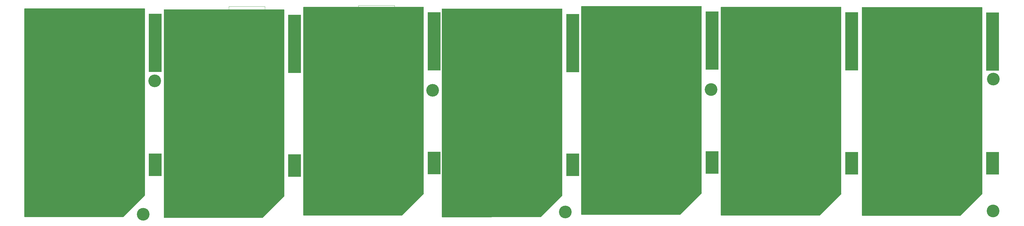
<source format=gts>
G04 Layer_Color=8388736*
%FSLAX42Y42*%
%MOMM*%
G71*
G01*
G75*
%ADD12C,0.10*%
%ADD13C,0.05*%
%ADD21C,1.73*%
%ADD22R,4.20X19.36*%
%ADD23R,4.20X7.46*%
%ADD24C,1.70*%
%ADD25C,4.20*%
G36*
X4126Y7237D02*
X4127Y7237D01*
X4128Y7236D01*
X4129Y7236D01*
X4131Y7235D01*
X4132Y7234D01*
X4132Y7233D01*
X4133Y7232D01*
X4134Y7231D01*
X4134Y7230D01*
X4134Y7228D01*
X4135Y7227D01*
Y1041D01*
X4135Y1041D01*
X4135Y1040D01*
X4136Y1038D01*
X4136Y1037D01*
X4136Y1036D01*
X4136Y1034D01*
X4136Y1033D01*
X4135Y1032D01*
X4135Y1031D01*
X4134Y1030D01*
X4133Y1028D01*
X3422Y317D01*
X3421Y317D01*
X3420Y316D01*
X3419Y315D01*
X3417Y315D01*
X3416Y315D01*
X3415Y314D01*
X3414D01*
X156Y314D01*
D01*
X156D01*
X155Y315D01*
X154Y315D01*
X152Y315D01*
X151Y316D01*
X150Y317D01*
X149Y317D01*
X148Y318D01*
X147Y320D01*
X147Y321D01*
X146Y322D01*
X146Y323D01*
X146Y325D01*
D01*
Y325D01*
Y7227D01*
X146Y7228D01*
X146Y7230D01*
X147Y7231D01*
X147Y7232D01*
X148Y7233D01*
X149Y7234D01*
X150Y7235D01*
X151Y7236D01*
X152Y7236D01*
X154Y7237D01*
X155Y7237D01*
X156Y7237D01*
X4124D01*
X4126Y7237D01*
D02*
G37*
G36*
X17949Y7232D02*
X17950Y7232D01*
X17952Y7231D01*
X17953Y7231D01*
X17954Y7230D01*
X17955Y7229D01*
X17956Y7228D01*
X17957Y7227D01*
X17957Y7226D01*
X17958Y7225D01*
X17958Y7223D01*
X17958Y7222D01*
Y1036D01*
X17958Y1036D01*
X17959Y1035D01*
X17959Y1033D01*
X17959Y1032D01*
X17959Y1031D01*
X17959Y1029D01*
X17959Y1028D01*
X17959Y1027D01*
X17958Y1026D01*
X17957Y1025D01*
X17956Y1024D01*
X17245Y313D01*
X17244Y312D01*
X17243Y311D01*
X17242Y310D01*
X17241Y310D01*
X17240Y310D01*
X17238Y310D01*
X17238D01*
X13980Y309D01*
X13980D01*
D01*
X13978Y310D01*
X13977Y310D01*
X13976Y310D01*
X13975Y311D01*
X13973Y312D01*
X13972Y312D01*
X13972Y313D01*
X13971Y315D01*
X13970Y316D01*
X13970Y317D01*
X13970Y318D01*
X13969Y320D01*
D01*
Y320D01*
Y7222D01*
X13970Y7223D01*
X13970Y7225D01*
X13970Y7226D01*
X13971Y7227D01*
X13972Y7228D01*
X13972Y7229D01*
X13973Y7230D01*
X13975Y7231D01*
X13976Y7231D01*
X13977Y7232D01*
X13978Y7232D01*
X13980Y7232D01*
X17948D01*
X17949Y7232D01*
D02*
G37*
G36*
X8742Y7207D02*
X8743Y7206D01*
X8744Y7206D01*
X8745Y7205D01*
X8747Y7205D01*
X8748Y7204D01*
X8748Y7203D01*
X8749Y7202D01*
X8750Y7200D01*
X8750Y7199D01*
X8750Y7198D01*
X8751Y7197D01*
Y1010D01*
X8751Y1010D01*
X8751Y1009D01*
X8752Y1008D01*
X8752Y1007D01*
X8752Y1005D01*
X8752Y1004D01*
X8752Y1003D01*
X8751Y1001D01*
X8751Y1000D01*
X8750Y999D01*
X8749Y998D01*
X8038Y287D01*
X8037Y286D01*
X8036Y285D01*
X8035Y285D01*
X8033Y284D01*
X8032Y284D01*
X8031Y284D01*
X8030D01*
X4772Y284D01*
X4772D01*
D01*
X4771Y284D01*
X4770Y284D01*
X4768Y285D01*
X4767Y285D01*
X4766Y286D01*
X4765Y287D01*
X4764Y288D01*
X4763Y289D01*
X4763Y290D01*
X4762Y292D01*
X4762Y293D01*
X4762Y294D01*
D01*
Y294D01*
Y7197D01*
X4762Y7198D01*
X4762Y7199D01*
X4763Y7200D01*
X4763Y7202D01*
X4764Y7203D01*
X4765Y7204D01*
X4766Y7205D01*
X4767Y7205D01*
X4768Y7206D01*
X4770Y7206D01*
X4771Y7207D01*
X4772Y7207D01*
X8740D01*
X8742Y7207D01*
D02*
G37*
G36*
X31856Y7283D02*
X31857Y7283D01*
X31858Y7282D01*
X31859Y7282D01*
X31861Y7281D01*
X31862Y7280D01*
X31862Y7279D01*
X31863Y7278D01*
X31864Y7277D01*
X31864Y7275D01*
X31864Y7274D01*
X31865Y7273D01*
Y1087D01*
X31865Y1087D01*
X31865Y1085D01*
X31866Y1084D01*
X31866Y1083D01*
X31866Y1082D01*
X31866Y1080D01*
X31866Y1079D01*
X31865Y1078D01*
X31865Y1076D01*
X31864Y1075D01*
X31863Y1074D01*
X31152Y363D01*
X31151Y362D01*
X31150Y362D01*
X31149Y361D01*
X31147Y361D01*
X31146Y360D01*
X31145Y360D01*
X31144D01*
X27886Y360D01*
X27886D01*
D01*
X27885Y360D01*
X27884Y361D01*
X27882Y361D01*
X27881Y362D01*
X27880Y362D01*
X27879Y363D01*
X27878Y364D01*
X27877Y365D01*
X27877Y367D01*
X27876Y368D01*
X27876Y369D01*
X27876Y370D01*
D01*
Y370D01*
Y7273D01*
X27876Y7274D01*
X27876Y7275D01*
X27877Y7277D01*
X27877Y7278D01*
X27878Y7279D01*
X27879Y7280D01*
X27880Y7281D01*
X27881Y7282D01*
X27882Y7282D01*
X27884Y7283D01*
X27885Y7283D01*
X27886Y7283D01*
X31854D01*
X31856Y7283D01*
D02*
G37*
G36*
X22566Y7313D02*
X22567Y7313D01*
X22569Y7313D01*
X22570Y7312D01*
X22571Y7311D01*
X22572Y7310D01*
X22573Y7309D01*
X22574Y7308D01*
X22574Y7307D01*
X22575Y7306D01*
X22575Y7304D01*
X22575Y7303D01*
Y1117D01*
X22575Y1117D01*
X22576Y1116D01*
X22576Y1115D01*
X22576Y1113D01*
X22576Y1112D01*
X22576Y1111D01*
X22576Y1109D01*
X22576Y1108D01*
X22575Y1107D01*
X22574Y1106D01*
X22573Y1105D01*
X21862Y394D01*
X21861Y393D01*
X21860Y392D01*
X21859Y391D01*
X21858Y391D01*
X21856Y391D01*
X21855Y391D01*
X21855D01*
X18597Y391D01*
D01*
X18597D01*
X18595Y391D01*
X18594Y391D01*
X18593Y391D01*
X18591Y392D01*
X18590Y393D01*
X18589Y394D01*
X18588Y395D01*
X18588Y396D01*
X18587Y397D01*
X18587Y398D01*
X18586Y399D01*
X18586Y401D01*
D01*
Y401D01*
Y7303D01*
X18586Y7304D01*
X18587Y7306D01*
X18587Y7307D01*
X18588Y7308D01*
X18588Y7309D01*
X18589Y7310D01*
X18590Y7311D01*
X18591Y7312D01*
X18593Y7313D01*
X18594Y7313D01*
X18595Y7313D01*
X18597Y7313D01*
X22565D01*
X22566Y7313D01*
D02*
G37*
G36*
X13363Y7289D02*
X13364Y7288D01*
X13366Y7288D01*
X13367Y7287D01*
X13368Y7287D01*
X13369Y7286D01*
X13370Y7285D01*
X13371Y7284D01*
X13371Y7282D01*
X13372Y7281D01*
X13372Y7280D01*
X13372Y7278D01*
Y1092D01*
X13372Y1092D01*
X13373Y1091D01*
X13373Y1090D01*
X13373Y1089D01*
X13373Y1087D01*
X13373Y1086D01*
X13373Y1085D01*
X13373Y1083D01*
X13372Y1082D01*
X13371Y1081D01*
X13370Y1080D01*
X12659Y369D01*
X12658Y368D01*
X12657Y367D01*
X12656Y367D01*
X12655Y366D01*
X12653Y366D01*
X12652Y366D01*
X12652D01*
X9394Y366D01*
X9394D01*
D01*
X9392Y366D01*
X9391Y366D01*
X9390Y367D01*
X9388Y367D01*
X9387Y368D01*
X9386Y369D01*
X9385Y370D01*
X9385Y371D01*
X9384Y372D01*
X9384Y374D01*
X9383Y375D01*
X9383Y376D01*
Y376D01*
D01*
Y7278D01*
X9383Y7280D01*
X9384Y7281D01*
X9384Y7282D01*
X9385Y7284D01*
X9385Y7285D01*
X9386Y7286D01*
X9387Y7287D01*
X9388Y7287D01*
X9390Y7288D01*
X9391Y7288D01*
X9392Y7289D01*
X9394Y7289D01*
X13362D01*
X13363Y7289D01*
D02*
G37*
G36*
X27189Y7288D02*
X27190Y7288D01*
X27191Y7287D01*
X27193Y7287D01*
X27194Y7286D01*
X27195Y7285D01*
X27196Y7284D01*
X27196Y7283D01*
X27197Y7282D01*
X27197Y7280D01*
X27198Y7279D01*
X27198Y7278D01*
Y1092D01*
X27198Y1092D01*
X27198Y1090D01*
X27199Y1089D01*
X27199Y1088D01*
X27199Y1086D01*
X27199Y1085D01*
X27199Y1084D01*
X27198Y1083D01*
X27198Y1081D01*
X27197Y1080D01*
X27196Y1079D01*
X26485Y368D01*
X26484Y367D01*
X26483Y367D01*
X26482Y366D01*
X26481Y366D01*
X26479Y365D01*
X26478Y365D01*
X26477D01*
X23219Y365D01*
D01*
X23219D01*
X23218Y365D01*
X23217Y366D01*
X23215Y366D01*
X23214Y367D01*
X23213Y367D01*
X23212Y368D01*
X23211Y369D01*
X23211Y370D01*
X23210Y372D01*
X23210Y373D01*
X23209Y374D01*
X23209Y375D01*
D01*
Y375D01*
Y7278D01*
X23209Y7279D01*
X23210Y7280D01*
X23210Y7282D01*
X23211Y7283D01*
X23211Y7284D01*
X23212Y7285D01*
X23213Y7286D01*
X23214Y7287D01*
X23215Y7287D01*
X23217Y7288D01*
X23218Y7288D01*
X23219Y7288D01*
X27188D01*
X27189Y7288D01*
D02*
G37*
D12*
X11551Y6809D02*
X12072D01*
X11551Y6604D02*
X12072D01*
X11551D02*
Y6809D01*
X12072Y6604D02*
Y6809D01*
X11501Y6820D02*
Y7177D01*
X11234Y6820D02*
Y7177D01*
Y6820D02*
X11501D01*
X11234Y7177D02*
X11501D01*
X12110D02*
X12377D01*
X12110Y6820D02*
X12377D01*
X12110D02*
Y7177D01*
X12377Y6820D02*
Y7177D01*
X7262Y6773D02*
X7782D01*
X7262Y6568D02*
X7782D01*
X7262D02*
Y6773D01*
X7782Y6568D02*
Y6773D01*
X7211Y6784D02*
Y7141D01*
X6944Y6784D02*
Y7141D01*
Y6784D02*
X7211D01*
X6944Y7141D02*
X7211D01*
X7821D02*
X8087D01*
X7821Y6784D02*
X8087D01*
X7821D02*
Y7141D01*
X8087Y6784D02*
Y7141D01*
X3987Y4280D02*
Y4560D01*
X3807Y4280D02*
Y4560D01*
Y4280D02*
X3987D01*
X3807Y4560D02*
X3987D01*
X9753Y2997D02*
Y3277D01*
X9573Y2997D02*
Y3277D01*
Y2997D02*
X9753D01*
X9573Y3277D02*
X9753D01*
X18986Y3670D02*
Y3950D01*
X18806Y3670D02*
Y3950D01*
Y3670D02*
X18986D01*
X18806Y3950D02*
X18986D01*
X11807Y6657D02*
Y6757D01*
X11757Y6707D02*
X11857D01*
X7517Y6621D02*
Y6721D01*
X7467Y6671D02*
X7567D01*
X3847Y4420D02*
X3947D01*
X3897Y4370D02*
Y4470D01*
X9613Y3137D02*
X9713D01*
X9663Y3087D02*
Y3187D01*
X18846Y3810D02*
X18946D01*
X18896Y3760D02*
Y3860D01*
D13*
X11208Y7341D02*
X12402D01*
X11208Y6566D02*
X12402D01*
X11208D02*
Y7341D01*
X12402Y6566D02*
Y7341D01*
X6919Y7305D02*
X8113D01*
X6919Y6530D02*
X8113D01*
X6919D02*
Y7305D01*
X8113Y6530D02*
Y7305D01*
X4002Y4187D02*
Y4652D01*
X3792Y4187D02*
Y4652D01*
Y4187D02*
X4002D01*
X3792Y4652D02*
X4002D01*
X9768Y2904D02*
Y3369D01*
X9558Y2904D02*
Y3369D01*
Y2904D02*
X9768D01*
X9558Y3369D02*
X9768D01*
X19001Y3578D02*
Y4042D01*
X18791Y3578D02*
Y4042D01*
Y3578D02*
X19001D01*
X18791Y4042D02*
X19001D01*
D21*
X2081Y3734D02*
D03*
X6697Y3703D02*
D03*
X29811Y3780D02*
D03*
X25144Y3785D02*
D03*
X20522Y3810D02*
D03*
X15905Y3729D02*
D03*
X11319Y3785D02*
D03*
D22*
X4477Y6095D02*
D03*
X9093Y6065D02*
D03*
X32207Y6141D02*
D03*
X27540Y6146D02*
D03*
X22917Y6171D02*
D03*
X18301Y6090D02*
D03*
X13714Y6147D02*
D03*
D23*
X4477Y2053D02*
D03*
X9093Y2023D02*
D03*
X32207Y2099D02*
D03*
X27540Y2104D02*
D03*
X22917Y2129D02*
D03*
X18301Y2048D02*
D03*
X13714Y2105D02*
D03*
D24*
X28154Y4280D02*
D03*
X19277Y3619D02*
D03*
X3656Y4267D02*
D03*
X9917Y2959D02*
D03*
D25*
X32220Y521D02*
D03*
X4077Y406D02*
D03*
X4458Y4839D02*
D03*
X18059Y483D02*
D03*
X13665Y4521D02*
D03*
X22885Y4547D02*
D03*
X32233Y4890D02*
D03*
M02*

</source>
